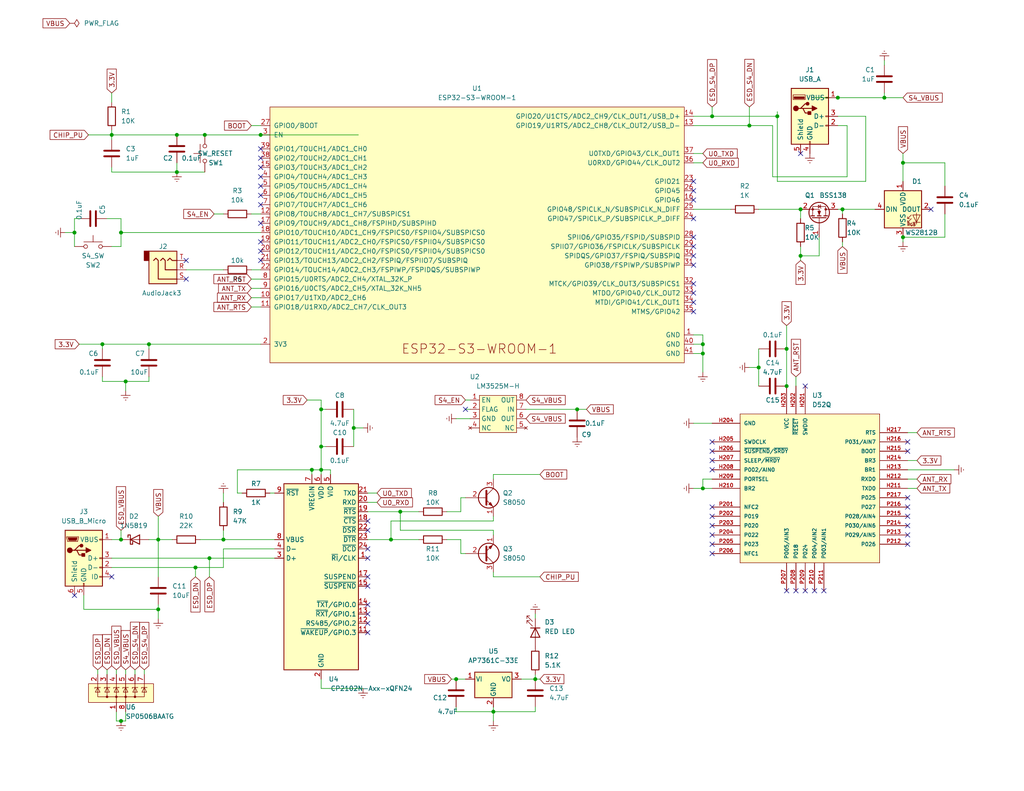
<source format=kicad_sch>
(kicad_sch (version 20211123) (generator eeschema)
  (paper "USLetter")
  (title_block (title "WaterRowerLink+") (date "2022-02-24") (rev "1") (company "Nicholas Palmer"))
  (lib_symbols
    (symbol "Connector:AudioJack3"
      (property "Reference" "J" (at 0 8.89 0))
      (property "Value" "AudioJack3" (at 0 6.35 0))
      (symbol "AudioJack3_1_1"
        (pin passive line (at 5.08 0 180) (length 2.54) (name "~") (number "R"))
        (pin passive line (at 5.08 2.54 180) (length 2.54) (name "~") (number "S"))
        (pin passive line (at 5.08 -2.54 180) (length 2.54) (name "~") (number "T"))
      )
    )
    (symbol "Connector:USB_A" (pin_names (offset 1.016))
      (property "Reference" "J" (at -5.08 11.43 0))
      (property "Value" "USB_A" (at -5.08 8.89 0))
      (symbol "USB_A_1_1"
        (pin power_in line (at 7.62 5.08 180) (length 2.54) (name "VBUS") (number "1"))
        (pin bidirectional line (at 7.62 -2.54 180) (length 2.54) (name "D-") (number "2"))
        (pin bidirectional line (at 7.62 0 180) (length 2.54) (name "D+") (number "3"))
        (pin power_in line (at 0 -10.16 90) (length 2.54) (name "GND") (number "4"))
        (pin passive line (at -2.54 -10.16 90) (length 2.54) (name "Shield") (number "5"))
      )
    )
    (symbol "Connector:USB_B_Micro" (pin_names (offset 1.016))
      (property "Reference" "J" (at -5.08 11.43 0))
      (property "Value" "USB_B_Micro" (at -5.08 8.89 0))
      (symbol "USB_B_Micro_1_1"
        (pin power_out line (at 7.62 5.08 180) (length 2.54) (name "VBUS") (number "1"))
        (pin bidirectional line (at 7.62 -2.54 180) (length 2.54) (name "D-") (number "2"))
        (pin bidirectional line (at 7.62 0 180) (length 2.54) (name "D+") (number "3"))
        (pin passive line (at 7.62 -5.08 180) (length 2.54) (name "ID") (number "4"))
        (pin power_out line (at 0 -10.16 90) (length 2.54) (name "GND") (number "5"))
        (pin passive line (at -2.54 -10.16 90) (length 2.54) (name "Shield") (number "6"))
      )
    )
    (symbol "Device:C" (pin_numbers hide) (pin_names (offset 0.254))
      (property "Reference" "C" (at 0.635 2.54 0))
      (property "Value" "C" (at 0.635 -2.54 0))
      (symbol "C_1_1"
        (pin passive line (at 0 3.81 270) (length 2.794) (name "~") (number "1"))
        (pin passive line (at 0 -3.81 90) (length 2.794) (name "~") (number "2"))
      )
    )
    (symbol "Device:LED" (pin_numbers hide) (pin_names (offset 1.016) hide)
      (property "Reference" "D" (at 0 2.54 0))
      (property "Value" "LED" (at 0 -2.54 0))
      (symbol "LED_1_1"
        (pin passive line (at -3.81 0 0) (length 2.54) (name "K") (number "1"))
        (pin passive line (at 3.81 0 180) (length 2.54) (name "A") (number "2"))
      )
    )
    (symbol "Device:R" (pin_numbers hide) (pin_names (offset 0))
      (property "Reference" "R" (at 2.032 0 90))
      (property "Value" "R" (at 0 0 90))
      (symbol "R_1_1"
        (pin passive line (at 0 3.81 270) (length 1.27) (name "~") (number "1"))
        (pin passive line (at 0 -3.81 90) (length 1.27) (name "~") (number "2"))
      )
    )
    (symbol "Diode:1N5819" (pin_numbers hide) (pin_names (offset 1.016) hide)
      (property "Reference" "D" (at 0 2.54 0))
      (property "Value" "1N5819" (at 0 -2.54 0))
      (symbol "1N5819_1_1"
        (pin passive line (at -3.81 0 0) (length 2.54) (name "K") (number "1"))
        (pin passive line (at 3.81 0 180) (length 2.54) (name "A") (number "2"))
      )
    )
    (symbol "Espressif:ESP32-S3-WROOM-1" (pin_names (offset 1.016))
      (property "Reference" "U" (at 0 35.56 0))
      (property "Value" "ESP32-S3-WROOM-1" (at 0 -36.83 0))
      (symbol "ESP32-S3-WROOM-1_0_0"
        (text "ESP32-S3-WROOM-1" (at 0 -31.75 0) (effects (font (size 2.54 2.54))))
        (pin power_in line (at 58.42 -27.94 180) (length 2.54) (name "GND") (number "1"))
        (pin bidirectional line (at -59.69 -17.78 0) (length 2.54) (name "GPIO17/U1TXD/ADC2_CH6") (number "10"))
        (pin bidirectional line (at -59.69 -20.32 0) (length 2.54) (name "GPIO18/U1RXD/ADC2_CH7/CLK_OUT3") (number "11"))
        (pin bidirectional line (at -59.69 5.08 0) (length 2.54) (name "GPIO8/TOUCH8/ADC1_CH7/SUBSPICS1") (number "12"))
        (pin bidirectional line (at 58.42 29.21 180) (length 2.54) (name "GPIO19/U1RTS/ADC2_CH8/CLK_OUT2/USB_D-") (number "13"))
        (pin bidirectional line (at 58.42 31.75 180) (length 2.54) (name "GPIO20/U1CTS/ADC2_CH9/CLK_OUT1/USB_D+") (number "14"))
        (pin bidirectional line (at -59.69 17.78 0) (length 2.54) (name "GPIO3/TOUCH3/ADC1_CH2") (number "15"))
        (pin bidirectional line (at 58.42 8.89 180) (length 2.54) (name "GPIO46") (number "16"))
        (pin bidirectional line (at -59.69 2.54 0) (length 2.54) (name "GPIO9/TOUCH9/ADC1_CH8/FSPIHD/SUBSPIHD") (number "17"))
        (pin bidirectional line (at -59.69 0 0) (length 2.54) (name "GPIO10/TOUCH10/ADC1_CH9/FSPICS0/FSPIIO4/SUBSPICS0") (number "18"))
        (pin bidirectional line (at -59.69 -2.54 0) (length 2.54) (name "GPIO11/TOUCH11/ADC2_CH0/FSPICS0/FSPIIO4/SUBSPICS0") (number "19"))
        (pin power_in line (at -59.69 -30.48 0) (length 2.54) (name "3V3") (number "2"))
        (pin bidirectional line (at -59.69 -5.08 0) (length 2.54) (name "GPIO12/TOUCH11/ADC2_CH0/FSPICS0/FSPIIO4/SUBSPICS0") (number "20"))
        (pin bidirectional line (at -59.69 -7.62 0) (length 2.54) (name "GPIO13/TOUCH13/ADC2_CH2/FSPIQ/FSPIIO7/SUBSPIQ") (number "21"))
        (pin bidirectional line (at -59.69 -10.16 0) (length 2.54) (name "GPIO14/TOUCH14/ADC2_CH3/FSPIWP/FSPIDQS/SUBSPIWP") (number "22"))
        (pin bidirectional line (at 58.42 13.97 180) (length 2.54) (name "GPIO21") (number "23"))
        (pin bidirectional line (at 58.42 3.81 180) (length 2.54) (name "GPIO47/SPICLK_P/SUBSPICLK_P_DIFF") (number "24"))
        (pin bidirectional line (at 58.42 6.35 180) (length 2.54) (name "GPIO48/SPICLK_N/SUBSPICLK_N_DIFF") (number "25"))
        (pin bidirectional line (at 58.42 11.43 180) (length 2.54) (name "GPIO45") (number "26"))
        (pin bidirectional line (at -59.69 29.21 0) (length 2.54) (name "GPIO0/BOOT") (number "27"))
        (pin bidirectional line (at 58.42 -1.27 180) (length 2.54) (name "SPIIO6/GPIO35/FSPID/SUBSPID") (number "28"))
        (pin bidirectional line (at 58.42 -3.81 180) (length 2.54) (name "SPIIO7/GPIO36/FSPICLK/SUBSPICLK") (number "29"))
        (pin input line (at -59.69 26.67 0) (length 2.54) (name "EN") (number "3"))
        (pin bidirectional line (at 58.42 -6.35 180) (length 2.54) (name "SPIDQS/GPIO37/FSPIQ/SUBSPIQ") (number "30"))
        (pin bidirectional line (at 58.42 -8.89 180) (length 2.54) (name "GPIO38/FSPIWP/SUBSPIWP") (number "31"))
        (pin bidirectional line (at 58.42 -13.97 180) (length 2.54) (name "MTCK/GPIO39/CLK_OUT3/SUBSPICS1") (number "32"))
        (pin bidirectional line (at 58.42 -16.51 180) (length 2.54) (name "MTDO/GPIO40/CLK_OUT2") (number "33"))
        (pin bidirectional line (at 58.42 -19.05 180) (length 2.54) (name "MTDI/GPIO41/CLK_OUT1") (number "34"))
        (pin bidirectional line (at 58.42 -21.59 180) (length 2.54) (name "MTMS/GPIO42") (number "35"))
        (pin bidirectional line (at 58.42 19.05 180) (length 2.54) (name "U0RXD/GPIO44/CLK_OUT2") (number "36"))
        (pin bidirectional line (at 58.42 21.59 180) (length 2.54) (name "U0TXD/GPIO43/CLK_OUT1") (number "37"))
        (pin bidirectional line (at -59.69 20.32 0) (length 2.54) (name "GPIO2/TOUCH2/ADC1_CH1") (number "38"))
        (pin bidirectional line (at -59.69 22.86 0) (length 2.54) (name "GPIO1/TOUCH1/ADC1_CH0") (number "39"))
        (pin bidirectional line (at -59.69 15.24 0) (length 2.54) (name "GPIO4/TOUCH4/ADC1_CH3") (number "4"))
        (pin power_in line (at 58.42 -30.48 180) (length 2.54) (name "GND") (number "40"))
        (pin power_in line (at 58.42 -33.02 180) (length 2.54) (name "GND") (number "41"))
        (pin bidirectional line (at -59.69 12.7 0) (length 2.54) (name "GPIO5/TOUCH5/ADC1_CH4") (number "5"))
        (pin bidirectional line (at -59.69 10.16 0) (length 2.54) (name "GPIO6/TOUCH6/ADC1_CH5") (number "6"))
        (pin bidirectional line (at -59.69 7.62 0) (length 2.54) (name "GPIO7/TOUCH7/ADC1_CH6") (number "7"))
        (pin bidirectional line (at -59.69 -12.7 0) (length 2.54) (name "GPIO15/U0RTS/ADC2_CH4/XTAL_32K_P") (number "8"))
        (pin bidirectional line (at -59.69 -15.24 0) (length 2.54) (name "GPIO16/U0CTS/ADC2_CH5/XTAL_32K_NH5") (number "9"))
      )
    )
    (symbol "Interface_USB:CP2102N-Axx-xQFN24"
      (property "Reference" "U" (at -8.89 26.67 0))
      (property "Value" "CP2102N-Axx-xQFN24" (at 13.97 26.67 0))
      (symbol "CP2102N-Axx-xQFN24_1_1"
        (pin bidirectional line (at 12.7 5.08 180) (length 2.54) (name "~{RI}/CLK") (number "1"))
        (pin no_connect line (at -10.16 -22.86 0) (length 2.54) hide (name "NC") (number "10"))
        (pin bidirectional line (at 12.7 -15.24 180) (length 2.54) (name "~{WAKEUP}/GPIO.3") (number "11"))
        (pin bidirectional line (at 12.7 -12.7 180) (length 2.54) (name "RS485/GPIO.2") (number "12"))
        (pin bidirectional line (at 12.7 -10.16 180) (length 2.54) (name "~{RXT}/GPIO.1") (number "13"))
        (pin bidirectional line (at 12.7 -7.62 180) (length 2.54) (name "~{TXT}/GPIO.0") (number "14"))
        (pin output line (at 12.7 -2.54 180) (length 2.54) (name "~{SUSPEND}") (number "15"))
        (pin no_connect line (at 10.16 -22.86 180) (length 2.54) hide (name "NC") (number "16"))
        (pin output line (at 12.7 0 180) (length 2.54) (name "SUSPEND") (number "17"))
        (pin input line (at 12.7 15.24 180) (length 2.54) (name "~{CTS}") (number "18"))
        (pin output line (at 12.7 17.78 180) (length 2.54) (name "~{RTS}") (number "19"))
        (pin power_in line (at 0 -27.94 90) (length 2.54) (name "GND") (number "2"))
        (pin input line (at 12.7 20.32 180) (length 2.54) (name "RXD") (number "20"))
        (pin output line (at 12.7 22.86 180) (length 2.54) (name "TXD") (number "21"))
        (pin input line (at 12.7 12.7 180) (length 2.54) (name "~{DSR}") (number "22"))
        (pin output line (at 12.7 10.16 180) (length 2.54) (name "~{DTR}") (number "23"))
        (pin input line (at 12.7 7.62 180) (length 2.54) (name "~{DCD}") (number "24"))
        (pin passive line (at 0 -27.94 90) (length 2.54) hide (name "GND") (number "25"))
        (pin bidirectional line (at -12.7 5.08 0) (length 2.54) (name "D+") (number "3"))
        (pin bidirectional line (at -12.7 7.62 0) (length 2.54) (name "D-") (number "4"))
        (pin power_in line (at 2.54 27.94 270) (length 2.54) (name "VIO") (number "5"))
        (pin power_in line (at 0 27.94 270) (length 2.54) (name "VDD") (number "6"))
        (pin power_in line (at -2.54 27.94 270) (length 2.54) (name "VREGIN") (number "7"))
        (pin input line (at -12.7 10.16 0) (length 2.54) (name "VBUS") (number "8"))
        (pin input line (at -12.7 22.86 0) (length 2.54) (name "~{RST}") (number "9"))
      )
    )
    (symbol "LED:WS2812B" (pin_names (offset 0.254))
      (property "Reference" "D" (at 5.08 5.715 0))
      (property "Value" "WS2812B" (at 1.27 -5.715 0))
      (symbol "WS2812B_0_0"
        (text "RGB" (at 2.286 -4.191 0) (effects (font (size 0.762 0.762))))
      )
      (symbol "WS2812B_1_1"
        (pin power_in line (at 0 7.62 270) (length 2.54) (name "VDD") (number "1"))
        (pin output line (at 7.62 0 180) (length 2.54) (name "DOUT") (number "2"))
        (pin power_in line (at 0 -7.62 90) (length 2.54) (name "VSS") (number "3"))
        (pin input line (at -7.62 0 0) (length 2.54) (name "DIN") (number "4"))
      )
    )
    (symbol "MyParts:D52Q" (pin_names (offset 1.016))
      (property "Reference" "U" (at -5.08 -5.08 0))
      (property "Value" "D52Q" (at 0 40.64 0))
      (symbol "D52Q_0_0"
        (pin passive line (at 17.78 48.26 270) (length 7.62) (name "SWDIO") (number "H201"))
        (pin passive line (at 15.24 48.26 270) (length 7.62) (name "~{RESET}") (number "H202"))
        (pin passive line (at 12.7 48.26 270) (length 7.62) (name "VCC") (number "H203"))
        (pin passive line (at -7.62 38.1 0) (length 7.62) (name "GND") (number "H204"))
        (pin passive line (at -7.62 33.02 0) (length 7.62) (name "SWDCLK") (number "H205"))
        (pin passive line (at -7.62 30.48 0) (length 7.62) (name "~{SUSPEND}/~{SRDY}") (number "H206"))
        (pin passive line (at -7.62 27.94 0) (length 7.62) (name "SLEEP/~{MRDY}") (number "H207"))
        (pin passive line (at -7.62 25.4 0) (length 7.62) (name "P002/AIN0") (number "H208"))
        (pin passive line (at -7.62 22.86 0) (length 7.62) (name "PORTSEL") (number "H209"))
        (pin passive line (at -7.62 20.32 0) (length 7.62) (name "BR2") (number "H210"))
        (pin passive line (at 45.72 20.32 180) (length 7.62) (name "TXD0") (number "H211"))
        (pin passive line (at 45.72 22.86 180) (length 7.62) (name "RXD0") (number "H212"))
        (pin passive line (at 45.72 25.4 180) (length 7.62) (name "BR1") (number "H213"))
        (pin passive line (at 45.72 27.94 180) (length 7.62) (name "BR3") (number "H214"))
        (pin passive line (at 45.72 30.48 180) (length 7.62) (name "BOOT") (number "H215"))
        (pin passive line (at 45.72 33.02 180) (length 7.62) (name "P031/AIN7") (number "H216"))
        (pin passive line (at 45.72 35.56 180) (length 7.62) (name "RTS") (number "H217"))
        (pin passive line (at -7.62 15.24 0) (length 7.62) (name "NFC2") (number "P201"))
        (pin passive line (at -7.62 12.7 0) (length 7.62) (name "P019") (number "P202"))
        (pin passive line (at -7.62 10.16 0) (length 7.62) (name "P020") (number "P203"))
        (pin passive line (at -7.62 7.62 0) (length 7.62) (name "P022") (number "P204"))
        (pin passive line (at -7.62 5.08 0) (length 7.62) (name "P023") (number "P205"))
        (pin passive line (at -7.62 2.54 0) (length 7.62) (name "NFC1") (number "P206"))
        (pin passive line (at 12.7 -7.62 90) (length 7.62) (name "P005/AIN3") (number "P207"))
        (pin passive line (at 15.24 -7.62 90) (length 7.62) (name "P018") (number "P208"))
        (pin passive line (at 17.78 -7.62 90) (length 7.62) (name "P024") (number "P209"))
        (pin passive line (at 20.32 -7.62 90) (length 7.62) (name "P004/AIN2") (number "P210"))
        (pin passive line (at 22.86 -7.62 90) (length 7.62) (name "P003/AIN1") (number "P211"))
        (pin passive line (at 45.72 5.08 180) (length 7.62) (name "P026") (number "P212"))
        (pin passive line (at 45.72 7.62 180) (length 7.62) (name "P029/AIN5") (number "P213"))
        (pin passive line (at 45.72 10.16 180) (length 7.62) (name "P030/AIN6") (number "P214"))
        (pin passive line (at 45.72 12.7 180) (length 7.62) (name "P028/AIN4") (number "P215"))
        (pin passive line (at 45.72 15.24 180) (length 7.62) (name "P027") (number "P216"))
        (pin passive line (at 45.72 17.78 180) (length 7.62) (name "P025") (number "P217"))
      )
    )
    (symbol "MyParts:LM3525M-H"
      (property "Reference" "U" (at 0 6.35 0))
      (property "Value" "LM3525M-H" (at 1.27 -6.35 0))
      (symbol "LM3525M-H_1_1"
        (pin input line (at -7.62 3.81 0) (length 2.54) (name "EN") (number "1"))
        (pin output line (at -7.62 1.27 0) (length 2.54) (name "FLAG") (number "2"))
        (pin power_in line (at -7.62 -1.27 0) (length 2.54) (name "GND") (number "3"))
        (pin no_connect line (at -7.62 -3.81 0) (length 2.54) (name "NC") (number "4"))
        (pin no_connect line (at 7.62 -3.81 180) (length 2.54) (name "NC") (number "5"))
        (pin power_out line (at 7.62 -1.27 180) (length 2.54) (name "OUT") (number "6"))
        (pin power_in line (at 7.62 1.27 180) (length 2.54) (name "IN") (number "7"))
        (pin power_out line (at 7.62 3.81 180) (length 2.54) (name "OUT") (number "8"))
      )
    )
    (symbol "MyParts:SP0506BAATG"
      (property "Reference" "U" (at 0 11.43 0))
      (property "Value" "SP0506BAATG" (at 0 -12.7 0))
      (symbol "SP0506BAATG_1_1"
        (pin passive line (at 0 -5.08 90) (length 2.54) (name "") (number "1"))
        (pin passive line (at -5.08 5.08 270) (length 2.54) (name "") (number "2"))
        (pin passive line (at -2.54 5.08 270) (length 2.54) (name "") (number "3"))
        (pin passive line (at 0 5.08 270) (length 2.54) (name "") (number "4"))
        (pin passive line (at 2.54 5.08 270) (length 2.54) (name "") (number "5"))
        (pin passive line (at 5.08 5.08 270) (length 2.54) (name "") (number "6"))
        (pin passive line (at 7.62 5.08 270) (length 2.54) (name "") (number "7"))
        (pin passive line (at 2.54 -5.08 90) (length 2.54) (name "") (number "8"))
      )
    )
    (symbol "Regulator_Linear:AP7361C-33E" (pin_names (offset 0.254))
      (property "Reference" "U" (at -3.81 3.175 0))
      (property "Value" "AP7361C-33E" (at 0 3.175 0))
      (symbol "AP7361C-33E_1_1"
        (pin power_in line (at -7.62 0 0) (length 2.54) (name "VI") (number "1"))
        (pin power_in line (at 0 -7.62 90) (length 2.54) (name "GND") (number "2"))
        (pin power_out line (at 7.62 0 180) (length 2.54) (name "VO") (number "3"))
      )
    )
    (symbol "Switch:SW_Push" (pin_numbers hide) (pin_names (offset 1.016) hide)
      (property "Reference" "SW" (at 1.27 2.54 0))
      (property "Value" "SW_Push" (at 0 -1.524 0))
      (symbol "SW_Push_0_1"
        (pin passive line (at -5.08 0 0) (length 2.54) (name "1") (number "1"))
        (pin passive line (at 5.08 0 180) (length 2.54) (name "2") (number "2"))
      )
    )
    (symbol "Transistor_BJT:S8050" (pin_names (offset 0) hide)
      (property "Reference" "Q" (at 5.08 1.905 0))
      (property "Value" "S8050" (at 5.08 0 0))
      (symbol "S8050_1_1"
        (pin passive line (at 2.54 -5.08 90) (length 2.54) (name "E") (number "1"))
        (pin input line (at -5.08 0 0) (length 5.08) (name "B") (number "2"))
        (pin passive line (at 2.54 5.08 270) (length 2.54) (name "C") (number "3"))
      )
    )
    (symbol "Transistor_FET:BSS138" (pin_names hide)
      (property "Reference" "Q" (at 5.08 1.905 0))
      (property "Value" "BSS138" (at 5.08 0 0))
      (symbol "BSS138_1_1"
        (pin input line (at -5.08 0 0) (length 2.54) (name "G") (number "1"))
        (pin passive line (at 2.54 -5.08 90) (length 2.54) (name "S") (number "2"))
        (pin passive line (at 2.54 5.08 270) (length 2.54) (name "D") (number "3"))
      )
    )
    (symbol "power:Earth" (power) (pin_names (offset 0))
      (symbol "Earth_1_1"
        (pin power_in line (at 0 0 270) (length 0) hide (name "Earth") (number "1"))
      )
    )
    (symbol "power:PWR_FLAG" (power) (pin_numbers hide) (pin_names (offset 0) hide)
      (property "Value" "PWR_FLAG" (at 0 3.81 0))
      (symbol "PWR_FLAG_0_0"
        (pin power_out line (at 0 0 90) (length 0) (name "pwr") (number "1"))
      )
    )
  )
  (junction (at 55.88 36.83))
  (junction (at 33.02 147.32))
  (junction (at 157.48 111.76))
  (junction (at 214.63 105.41))
  (junction (at 124.46 185.42))
  (junction (at 207.01 100.33))
  (junction (at 191.77 133.35))
  (junction (at 87.63 121.92))
  (junction (at 87.63 128.27))
  (junction (at 228.6 26.67))
  (junction (at 48.26 46.99))
  (junction (at 85.09 128.27))
  (junction (at 229.87 57.15))
  (junction (at 246.38 44.45))
  (junction (at 241.3 26.67))
  (junction (at 34.29 104.14))
  (junction (at 212.09 31.75))
  (junction (at 43.18 147.32))
  (junction (at 214.63 95.25))
  (junction (at 27.94 93.98))
  (junction (at 33.02 63.5))
  (junction (at 194.31 31.75))
  (junction (at 60.96 147.32))
  (junction (at 87.63 111.76))
  (junction (at 134.62 194.31))
  (junction (at 96.52 116.84))
  (junction (at 106.68 147.32))
  (junction (at 191.77 96.52))
  (junction (at 30.48 36.83))
  (junction (at 109.22 139.7))
  (junction (at 146.05 185.42))
  (junction (at 204.47 34.29))
  (junction (at 71.12 36.83))
  (junction (at 57.15 152.4))
  (junction (at 53.34 154.94))
  (junction (at 246.38 64.77))
  (junction (at 191.77 93.98))
  (junction (at 218.44 69.85))
  (junction (at 43.18 166.37))
  (junction (at 40.64 93.98))
  (junction (at 33.02 196.85))
  (junction (at 48.26 36.83))
  (junction (at 20.32 63.5))
  (junction (at 218.44 57.15))
  (no_connect (at 50.8 76.2))
  (no_connect (at 50.8 71.12))
  (no_connect (at 71.12 40.64))
  (no_connect (at 71.12 43.18))
  (no_connect (at 71.12 45.72))
  (no_connect (at 100.33 157.48))
  (no_connect (at 100.33 149.86))
  (no_connect (at 100.33 152.4))
  (no_connect (at 218.44 41.91))
  (no_connect (at 100.33 167.64))
  (no_connect (at 100.33 165.1))
  (no_connect (at 100.33 172.72))
  (no_connect (at 100.33 170.18))
  (no_connect (at 254 57.15))
  (no_connect (at 30.48 157.48))
  (no_connect (at 194.31 128.27))
  (no_connect (at 194.31 125.73))
  (no_connect (at 194.31 123.19))
  (no_connect (at 194.31 146.05))
  (no_connect (at 214.63 161.29))
  (no_connect (at 217.17 161.29))
  (no_connect (at 219.71 161.29))
  (no_connect (at 219.71 105.41))
  (no_connect (at 194.31 120.65))
  (no_connect (at 194.31 151.13))
  (no_connect (at 194.31 148.59))
  (no_connect (at 194.31 143.51))
  (no_connect (at 194.31 140.97))
  (no_connect (at 194.31 138.43))
  (no_connect (at 247.65 143.51))
  (no_connect (at 247.65 140.97))
  (no_connect (at 247.65 138.43))
  (no_connect (at 247.65 135.89))
  (no_connect (at 247.65 148.59))
  (no_connect (at 247.65 146.05))
  (no_connect (at 222.25 161.29))
  (no_connect (at 224.79 161.29))
  (no_connect (at 247.65 123.19))
  (no_connect (at 247.65 120.65))
  (no_connect (at 71.12 66.04))
  (no_connect (at 71.12 68.58))
  (no_connect (at 71.12 71.12))
  (no_connect (at 71.12 50.8))
  (no_connect (at 71.12 53.34))
  (no_connect (at 71.12 55.88))
  (no_connect (at 71.12 60.96))
  (no_connect (at 71.12 48.26))
  (no_connect (at 189.23 77.47))
  (no_connect (at 189.23 72.39))
  (no_connect (at 189.23 69.85))
  (no_connect (at 189.23 67.31))
  (no_connect (at 189.23 64.77))
  (no_connect (at 189.23 59.69))
  (no_connect (at 189.23 54.61))
  (no_connect (at 189.23 52.07))
  (no_connect (at 189.23 49.53))
  (no_connect (at 189.23 85.09))
  (no_connect (at 189.23 82.55))
  (no_connect (at 189.23 80.01))
  (no_connect (at 100.33 160.02))
  (no_connect (at 127 111.76))
  (no_connect (at 100.33 144.78))
  (no_connect (at 100.33 142.24))
  (no_connect (at 20.32 162.56))
  (wire (pts (xy 189.23 93.98) (xy 191.77 93.98)))
  (wire (pts (xy 191.77 96.52) (xy 191.77 101.6)))
  (wire (pts (xy 124.46 114.3) (xy 128.27 114.3)))
  (wire (pts (xy 100.33 137.16) (xy 102.87 137.16)))
  (wire (pts (xy 27.94 102.87) (xy 27.94 104.14)))
  (wire (pts (xy 55.88 46.99) (xy 48.26 46.99)))
  (wire (pts (xy 142.24 185.42) (xy 146.05 185.42)))
  (wire (pts (xy 30.48 46.99) (xy 48.26 46.99)))
  (wire (pts (xy 33.02 63.5) (xy 33.02 67.31)))
  (wire (pts (xy 21.59 59.69) (xy 20.32 59.69)))
  (wire (pts (xy 124.46 194.31) (xy 134.62 194.31)))
  (wire (pts (xy 87.63 129.54) (xy 87.63 128.27)))
  (wire (pts (xy 30.48 147.32) (xy 33.02 147.32)))
  (wire (pts (xy 31.75 196.85) (xy 33.02 196.85)))
  (wire (pts (xy 29.21 59.69) (xy 33.02 59.69)))
  (wire (pts (xy 22.86 166.37) (xy 43.18 166.37)))
  (wire (pts (xy 228.6 31.75) (xy 236.22 31.75)))
  (wire (pts (xy 30.48 36.83) (xy 48.26 36.83)))
  (wire (pts (xy 204.47 34.29) (xy 210.82 34.29)))
  (wire (pts (xy 66.04 134.62) (xy 64.77 134.62)))
  (wire (pts (xy 27.94 104.14) (xy 34.29 104.14)))
  (wire (pts (xy 246.38 44.45) (xy 246.38 49.53)))
  (wire (pts (xy 30.48 35.56) (xy 30.48 36.83)))
  (wire (pts (xy 191.77 133.35) (xy 194.31 133.35)))
  (wire (pts (xy 43.18 147.32) (xy 43.18 157.48)))
  (wire (pts (xy 87.63 128.27) (xy 87.63 121.92)))
  (wire (pts (xy 87.63 111.76) (xy 88.9 111.76)))
  (wire (pts (xy 87.63 185.42) (xy 87.63 187.96)))
  (wire (pts (xy 125.73 151.13) (xy 127 151.13)))
  (wire (pts (xy 68.58 76.2) (xy 71.12 76.2)))
  (wire (pts (xy 210.82 48.26) (xy 231.14 48.26)))
  (wire (pts (xy 68.58 81.28) (xy 71.12 81.28)))
  (wire (pts (xy 73.66 134.62) (xy 74.93 134.62)))
  (wire (pts (xy 85.09 128.27) (xy 87.63 128.27)))
  (wire (pts (xy 247.65 133.35) (xy 250.19 133.35)))
  (wire (pts (xy 60.96 147.32) (xy 74.93 147.32)))
  (wire (pts (xy 257.81 50.8) (xy 257.81 44.45)))
  (wire (pts (xy 34.29 194.31) (xy 34.29 196.85)))
  (wire (pts (xy 241.3 25.4) (xy 241.3 26.67)))
  (wire (pts (xy 189.23 91.44) (xy 191.77 91.44)))
  (wire (pts (xy 146.05 185.42) (xy 147.32 185.42)))
  (wire (pts (xy 29.21 182.88) (xy 29.21 184.15)))
  (wire (pts (xy 31.75 182.88) (xy 31.75 184.15)))
  (wire (pts (xy 30.48 152.4) (xy 57.15 152.4)))
  (wire (pts (xy 228.6 34.29) (xy 231.14 34.29)))
  (wire (pts (xy 247.65 128.27) (xy 260.35 128.27)))
  (wire (pts (xy 33.02 196.85) (xy 34.29 196.85)))
  (wire (pts (xy 34.29 182.88) (xy 34.29 184.15)))
  (wire (pts (xy 194.31 130.81) (xy 191.77 130.81)))
  (wire (pts (xy 57.15 157.48) (xy 57.15 152.4)))
  (wire (pts (xy 204.47 29.21) (xy 204.47 34.29)))
  (wire (pts (xy 189.23 133.35) (xy 191.77 133.35)))
  (wire (pts (xy 189.23 41.91) (xy 191.77 41.91)))
  (wire (pts (xy 207.01 57.15) (xy 218.44 57.15)))
  (wire (pts (xy 90.17 128.27) (xy 87.63 128.27)))
  (wire (pts (xy 218.44 59.69) (xy 218.44 57.15)))
  (wire (pts (xy 27.94 93.98) (xy 40.64 93.98)))
  (wire (pts (xy 134.62 129.54) (xy 147.32 129.54)))
  (wire (pts (xy 246.38 44.45) (xy 257.81 44.45)))
  (wire (pts (xy 109.22 144.78) (xy 109.22 139.7)))
  (wire (pts (xy 146.05 167.64) (xy 146.05 168.91)))
  (wire (pts (xy 22.86 162.56) (xy 22.86 166.37)))
  (wire (pts (xy 60.96 149.86) (xy 74.93 149.86)))
  (wire (pts (xy 121.92 139.7) (xy 125.73 139.7)))
  (wire (pts (xy 31.75 194.31) (xy 31.75 196.85)))
  (wire (pts (xy 189.23 115.57) (xy 194.31 115.57)))
  (wire (pts (xy 106.68 147.32) (xy 114.3 147.32)))
  (wire (pts (xy 68.58 83.82) (xy 71.12 83.82)))
  (wire (pts (xy 189.23 57.15) (xy 199.39 57.15)))
  (wire (pts (xy 218.44 69.85) (xy 218.44 67.31)))
  (wire (pts (xy 96.52 116.84) (xy 99.06 116.84)))
  (wire (pts (xy 247.65 130.81) (xy 250.19 130.81)))
  (wire (pts (xy 210.82 34.29) (xy 210.82 48.26)))
  (wire (pts (xy 212.09 31.75) (xy 212.09 49.53)))
  (wire (pts (xy 33.02 144.78) (xy 33.02 147.32)))
  (wire (pts (xy 85.09 129.54) (xy 85.09 128.27)))
  (wire (pts (xy 30.48 45.72) (xy 30.48 46.99)))
  (wire (pts (xy 241.3 17.78) (xy 241.3 16.51)))
  (wire (pts (xy 134.62 194.31) (xy 134.62 196.85)))
  (wire (pts (xy 191.77 93.98) (xy 191.77 96.52)))
  (wire (pts (xy 236.22 31.75) (xy 236.22 49.53)))
  (wire (pts (xy 125.73 135.89) (xy 127 135.89)))
  (wire (pts (xy 55.88 36.83) (xy 71.12 36.83)))
  (wire (pts (xy 100.33 134.62) (xy 102.87 134.62)))
  (wire (pts (xy 134.62 157.48) (xy 147.32 157.48)))
  (wire (pts (xy 58.42 58.42) (xy 60.96 58.42)))
  (wire (pts (xy 53.34 154.94) (xy 60.96 154.94)))
  (wire (pts (xy 68.58 78.74) (xy 71.12 78.74)))
  (wire (pts (xy 40.64 147.32) (xy 43.18 147.32)))
  (wire (pts (xy 212.09 49.53) (xy 236.22 49.53)))
  (wire (pts (xy 222.25 26.67) (xy 228.6 26.67)))
  (wire (pts (xy 100.33 139.7) (xy 109.22 139.7)))
  (wire (pts (xy 24.13 36.83) (xy 30.48 36.83)))
  (wire (pts (xy 134.62 194.31) (xy 146.05 194.31)))
  (wire (pts (xy 64.77 128.27) (xy 85.09 128.27)))
  (wire (pts (xy 83.82 109.22) (xy 87.63 109.22)))
  (wire (pts (xy 30.48 67.31) (xy 33.02 67.31)))
  (wire (pts (xy 194.31 31.75) (xy 212.09 31.75)))
  (wire (pts (xy 20.32 63.5) (xy 17.78 63.5)))
  (wire (pts (xy 217.17 102.87) (xy 217.17 105.41)))
  (wire (pts (xy 246.38 64.77) (xy 246.38 66.04)))
  (wire (pts (xy 96.52 116.84) (xy 96.52 121.92)))
  (wire (pts (xy 50.8 73.66) (xy 60.96 73.66)))
  (wire (pts (xy 36.83 182.88) (xy 36.83 184.15)))
  (wire (pts (xy 127 111.76) (xy 128.27 111.76)))
  (wire (pts (xy 43.18 147.32) (xy 46.99 147.32)))
  (wire (pts (xy 57.15 152.4) (xy 74.93 152.4)))
  (wire (pts (xy 146.05 184.15) (xy 146.05 185.42)))
  (wire (pts (xy 121.92 147.32) (xy 125.73 147.32)))
  (wire (pts (xy 60.96 134.62) (xy 60.96 137.16)))
  (wire (pts (xy 157.48 111.76) (xy 160.02 111.76)))
  (wire (pts (xy 223.52 69.85) (xy 218.44 69.85)))
  (wire (pts (xy 194.31 29.21) (xy 194.31 31.75)))
  (wire (pts (xy 33.02 59.69) (xy 33.02 63.5)))
  (wire (pts (xy 33.02 63.5) (xy 71.12 63.5)))
  (wire (pts (xy 223.52 69.85) (xy 223.52 64.77)))
  (wire (pts (xy 40.64 93.98) (xy 71.12 93.98)))
  (wire (pts (xy 71.12 58.42) (xy 68.58 58.42)))
  (wire (pts (xy 241.3 26.67) (xy 246.38 26.67)))
  (wire (pts (xy 191.77 91.44) (xy 191.77 93.98)))
  (wire (pts (xy 229.87 57.15) (xy 238.76 57.15)))
  (wire (pts (xy 246.38 64.77) (xy 257.81 64.77)))
  (wire (pts (xy 106.68 142.24) (xy 106.68 147.32)))
  (wire (pts (xy 231.14 34.29) (xy 231.14 48.26)))
  (wire (pts (xy 87.63 121.92) (xy 87.63 111.76)))
  (wire (pts (xy 214.63 88.9) (xy 214.63 95.25)))
  (wire (pts (xy 125.73 139.7) (xy 125.73 135.89)))
  (wire (pts (xy 134.62 130.81) (xy 134.62 129.54)))
  (wire (pts (xy 27.94 93.98) (xy 27.94 95.25)))
  (wire (pts (xy 228.6 57.15) (xy 229.87 57.15)))
  (wire (pts (xy 43.18 140.97) (xy 43.18 147.32)))
  (wire (pts (xy 134.62 156.21) (xy 134.62 157.48)))
  (wire (pts (xy 54.61 147.32) (xy 60.96 147.32)))
  (wire (pts (xy 189.23 96.52) (xy 191.77 96.52)))
  (wire (pts (xy 96.52 111.76) (xy 96.52 116.84)))
  (wire (pts (xy 212.09 30.48) (xy 212.09 31.75)))
  (wire (pts (xy 134.62 193.04) (xy 134.62 194.31)))
  (wire (pts (xy 21.59 93.98) (xy 27.94 93.98)))
  (wire (pts (xy 40.64 93.98) (xy 40.64 95.25)))
  (wire (pts (xy 26.67 182.88) (xy 26.67 184.15)))
  (wire (pts (xy 191.77 130.81) (xy 191.77 133.35)))
  (wire (pts (xy 247.65 118.11) (xy 250.19 118.11)))
  (wire (pts (xy 109.22 139.7) (xy 114.3 139.7)))
  (wire (pts (xy 124.46 185.42) (xy 127 185.42)))
  (wire (pts (xy 124.46 193.04) (xy 124.46 194.31)))
  (wire (pts (xy 257.81 58.42) (xy 257.81 64.77)))
  (wire (pts (xy 68.58 34.29) (xy 71.12 34.29)))
  (wire (pts (xy 214.63 95.25) (xy 214.63 105.41)))
  (wire (pts (xy 218.44 71.12) (xy 218.44 69.85)))
  (wire (pts (xy 134.62 142.24) (xy 106.68 142.24)))
  (wire (pts (xy 125.73 147.32) (xy 125.73 151.13)))
  (wire (pts (xy 87.63 187.96) (xy 99.06 187.96)))
  (wire (pts (xy 43.18 166.37) (xy 43.18 168.91)))
  (wire (pts (xy 87.63 121.92) (xy 88.9 121.92)))
  (wire (pts (xy 146.05 193.04) (xy 146.05 194.31)))
  (wire (pts (xy 34.29 106.68) (xy 34.29 104.14)))
  (wire (pts (xy 189.23 34.29) (xy 204.47 34.29)))
  (wire (pts (xy 247.65 125.73) (xy 250.19 125.73)))
  (wire (pts (xy 100.33 147.32) (xy 106.68 147.32)))
  (wire (pts (xy 43.18 165.1) (xy 43.18 166.37)))
  (wire (pts (xy 228.6 26.67) (xy 241.3 26.67)))
  (wire (pts (xy 189.23 31.75) (xy 194.31 31.75)))
  (wire (pts (xy 40.64 102.87) (xy 40.64 104.14)))
  (wire (pts (xy 143.51 111.76) (xy 157.48 111.76)))
  (wire (pts (xy 207.01 100.33) (xy 207.01 95.25)))
  (wire (pts (xy 53.34 154.94) (xy 53.34 157.48)))
  (wire (pts (xy 123.19 185.42) (xy 124.46 185.42)))
  (wire (pts (xy 39.37 182.88) (xy 39.37 184.15)))
  (wire (pts (xy 60.96 149.86) (xy 60.96 154.94)))
  (wire (pts (xy 246.38 41.91) (xy 246.38 44.45)))
  (wire (pts (xy 20.32 59.69) (xy 20.32 63.5)))
  (wire (pts (xy 127 109.22) (xy 128.27 109.22)))
  (wire (pts (xy 87.63 111.76) (xy 87.63 109.22)))
  (wire (pts (xy 71.12 36.83) (xy 97.79 36.83)))
  (wire (pts (xy 60.96 144.78) (xy 60.96 147.32)))
  (wire (pts (xy 207.01 105.41) (xy 207.01 100.33)))
  (wire (pts (xy 55.88 36.83) (xy 48.26 36.83)))
  (wire (pts (xy 134.62 144.78) (xy 109.22 144.78)))
  (wire (pts (xy 30.48 25.4) (xy 30.48 27.94)))
  (wire (pts (xy 68.58 73.66) (xy 71.12 73.66)))
  (wire (pts (xy 207.01 100.33) (xy 204.47 100.33)))
  (wire (pts (xy 134.62 140.97) (xy 134.62 142.24)))
  (wire (pts (xy 229.87 66.04) (xy 229.87 67.31)))
  (wire (pts (xy 189.23 44.45) (xy 191.77 44.45)))
  (wire (pts (xy 64.77 134.62) (xy 64.77 128.27)))
  (wire (pts (xy 30.48 36.83) (xy 30.48 38.1)))
  (wire (pts (xy 30.48 154.94) (xy 53.34 154.94)))
  (wire (pts (xy 20.32 67.31) (xy 20.32 63.5)))
  (wire (pts (xy 229.87 58.42) (xy 229.87 57.15)))
  (wire (pts (xy 34.29 104.14) (xy 40.64 104.14)))
  (wire (pts (xy 90.17 129.54) (xy 90.17 128.27)))
  (wire (pts (xy 134.62 146.05) (xy 134.62 144.78)))
  (wire (pts (xy 48.26 44.45) (xy 48.26 46.99)))
  (global_label "ESD_DN" (shape input) (at 53.34 157.48 270) (property "Intersheet References" "${INTERSHEET_REFS}" (effects hide)))
  (global_label "S4_EN" (shape input) (at 127 109.22 180) (property "Intersheet References" "${INTERSHEET_REFS}" (effects hide)))
  (global_label "VBUS" (shape input) (at 19.05 6.35 180) (property "Intersheet References" "${INTERSHEET_REFS}" (effects hide)))
  (global_label "BOOT" (shape input) (at 147.32 129.54 0) (property "Intersheet References" "${INTERSHEET_REFS}" (effects hide)))
  (global_label "3.3V" (shape input) (at 21.59 93.98 180) (property "Intersheet References" "${INTERSHEET_REFS}" (effects hide)))
  (global_label "VBUS" (shape input) (at 43.18 140.97 90) (property "Intersheet References" "${INTERSHEET_REFS}" (effects hide)))
  (global_label "ANT_TX" (shape input) (at 250.19 133.35 0) (property "Intersheet References" "${INTERSHEET_REFS}" (effects hide)))
  (global_label "ANT_RX" (shape input) (at 68.58 81.28 180) (property "Intersheet References" "${INTERSHEET_REFS}" (effects hide)))
  (global_label "ANT_RX" (shape input) (at 250.19 130.81 0) (property "Intersheet References" "${INTERSHEET_REFS}" (effects hide)))
  (global_label "S4_VBUS" (shape input) (at 246.38 26.67 0) (property "Intersheet References" "${INTERSHEET_REFS}" (effects hide)))
  (global_label "ESD_DP" (shape input) (at 26.67 182.88 90) (property "Intersheet References" "${INTERSHEET_REFS}" (effects hide)))
  (global_label "ANT_RTS" (shape input) (at 250.19 118.11 0) (property "Intersheet References" "${INTERSHEET_REFS}" (effects hide)))
  (global_label "3.3V" (shape input) (at 250.19 125.73 0) (property "Intersheet References" "${INTERSHEET_REFS}" (effects hide)))
  (global_label "S4_EN" (shape input) (at 58.42 58.42 180) (property "Intersheet References" "${INTERSHEET_REFS}" (effects hide)))
  (global_label "VBUS" (shape input) (at 123.19 185.42 180) (property "Intersheet References" "${INTERSHEET_REFS}" (effects hide)))
  (global_label "VBUS" (shape input) (at 246.38 41.91 90) (property "Intersheet References" "${INTERSHEET_REFS}" (effects hide)))
  (global_label "ESD_DN" (shape input) (at 29.21 182.88 90) (property "Intersheet References" "${INTERSHEET_REFS}" (effects hide)))
  (global_label "CHIP_PU" (shape input) (at 24.13 36.83 180) (property "Intersheet References" "${INTERSHEET_REFS}" (effects hide)))
  (global_label "ESD_DP" (shape input) (at 57.15 157.48 270) (property "Intersheet References" "${INTERSHEET_REFS}" (effects hide)))
  (global_label "BOOT" (shape input) (at 68.58 34.29 180) (property "Intersheet References" "${INTERSHEET_REFS}" (effects hide)))
  (global_label "ESD_S4_DP" (shape input) (at 39.37 182.88 90) (property "Intersheet References" "${INTERSHEET_REFS}" (effects hide)))
  (global_label "S4_VBUS" (shape input) (at 143.51 109.22 0) (property "Intersheet References" "${INTERSHEET_REFS}" (effects hide)))
  (global_label "U0_RXD" (shape input) (at 102.87 137.16 0) (property "Intersheet References" "${INTERSHEET_REFS}" (effects hide)))
  (global_label "U0_RXD" (shape input) (at 191.77 44.45 0) (property "Intersheet References" "${INTERSHEET_REFS}" (effects hide)))
  (global_label "3.3V" (shape input) (at 214.63 88.9 90) (property "Intersheet References" "${INTERSHEET_REFS}" (effects hide)))
  (global_label "U0_TXD" (shape input) (at 102.87 134.62 0) (property "Intersheet References" "${INTERSHEET_REFS}" (effects hide)))
  (global_label "3.3V" (shape input) (at 147.32 185.42 0) (property "Intersheet References" "${INTERSHEET_REFS}" (effects hide)))
  (global_label "ESD_S4_DP" (shape input) (at 194.31 29.21 90) (property "Intersheet References" "${INTERSHEET_REFS}" (effects hide)))
  (global_label "3.3V" (shape input) (at 218.44 71.12 270) (property "Intersheet References" "${INTERSHEET_REFS}" (effects hide)))
  (global_label "S4_VBUS" (shape input) (at 143.51 114.3 0) (property "Intersheet References" "${INTERSHEET_REFS}" (effects hide)))
  (global_label "ANT_TX" (shape input) (at 68.58 78.74 180) (property "Intersheet References" "${INTERSHEET_REFS}" (effects hide)))
  (global_label "ESD_VBUS" (shape input) (at 31.75 182.88 90) (property "Intersheet References" "${INTERSHEET_REFS}" (effects hide)))
  (global_label "ESD_VBUS" (shape input) (at 33.02 144.78 90) (property "Intersheet References" "${INTERSHEET_REFS}" (effects hide)))
  (global_label "ESD_S4_DN" (shape input) (at 36.83 182.88 90) (property "Intersheet References" "${INTERSHEET_REFS}" (effects hide)))
  (global_label "CHIP_PU" (shape input) (at 147.32 157.48 0) (property "Intersheet References" "${INTERSHEET_REFS}" (effects hide)))
  (global_label "VBUS" (shape input) (at 229.87 67.31 270) (property "Intersheet References" "${INTERSHEET_REFS}" (effects hide)))
  (global_label "VBUS" (shape input) (at 160.02 111.76 0) (property "Intersheet References" "${INTERSHEET_REFS}" (effects hide)))
  (global_label "3.3V" (shape input) (at 30.48 25.4 90) (property "Intersheet References" "${INTERSHEET_REFS}" (effects hide)))
  (global_label "ESD_S4_DN" (shape input) (at 204.47 29.21 90) (property "Intersheet References" "${INTERSHEET_REFS}" (effects hide)))
  (global_label "3.3V" (shape input) (at 83.82 109.22 180) (property "Intersheet References" "${INTERSHEET_REFS}" (effects hide)))
  (global_label "ANT_RST" (shape input) (at 217.17 102.87 90) (property "Intersheet References" "${INTERSHEET_REFS}" (effects hide)))
  (global_label "S4_VBUS" (shape input) (at 34.29 182.88 90) (property "Intersheet References" "${INTERSHEET_REFS}" (effects hide)))
  (global_label "U0_TXD" (shape input) (at 191.77 41.91 0) (property "Intersheet References" "${INTERSHEET_REFS}" (effects hide)))
  (global_label "ANT_RTS" (shape input) (at 68.58 83.82 180) (property "Intersheet References" "${INTERSHEET_REFS}" (effects hide)))
  (global_label "ANT_RST" (shape input) (at 68.58 76.2 180) (property "Intersheet References" "${INTERSHEET_REFS}" (effects hide)))
  (symbol (lib_id "power:Earth") (at 220.98 41.91 0) (mirror y) (unit 1)
    (property "Reference" "#PWR02" (effects hide))
    (property "Value" "Earth" (effects hide))
  )
  (symbol (lib_id "Transistor_FET:BSS138") (at 223.52 59.69 270) (mirror x) (unit 1)
    (property "Reference" "Q1" (at 220.98 53.34 90))
    (property "Value" "BSS138" (at 227.33 53.34 90))
    (property "Footprint" "Package_TO_SOT_SMD:SOT-23" (effects hide))
    (property "Datasheet" "https://www.onsemi.com/pub/Collateral/BSS138-D.PDF" (effects hide))
  )
  (symbol (lib_id "power:Earth") (at 34.29 106.68 0) (unit 1)
    (property "Reference" "#PWR07" (effects hide))
    (property "Value" "Earth" (effects hide))
  )
  (symbol (lib_id "Device:R") (at 50.8 147.32 90) (unit 1)
    (property "Reference" "R10" (at 50.8 140.97 90))
    (property "Value" "22K" (at 50.8 143.51 90))
    (property "Footprint" "Resistor_SMD:R_0603_1608Metric_Pad0.98x0.95mm_HandSolder" (effects hide))
  )
  (symbol (lib_id "Device:C") (at 43.18 161.29 0) (unit 1)
    (property "Reference" "C11" (at 46.99 160.02 0) (effects (justify left)))
    (property "Value" "10uF" (at 46.99 162.56 0) (effects (justify left)))
    (property "Footprint" "Capacitor_SMD:C_0603_1608Metric_Pad1.08x0.95mm_HandSolder" (effects hide))
  )
  (symbol (lib_id "MyParts:D52Q") (at 201.93 153.67 0) (unit 1)
    (property "Reference" "U3" (at 221.5897 107.95 0) (effects (justify left)))
    (property "Value" "D52Q" (at 221.5897 110.49 0) (effects (justify left)))
    (property "Footprint" "MyParts:D52Q" (effects hide))
  )
  (symbol (lib_id "power:Earth") (at 246.38 66.04 0) (mirror y) (unit 1)
    (property "Reference" "#PWR05" (effects hide))
    (property "Value" "Earth" (effects hide))
  )
  (symbol (lib_id "Transistor_BJT:S8050") (at 132.08 151.13 0) (mirror x) (unit 1)
    (property "Reference" "Q3" (at 137.16 149.8599 0) (effects (justify left)))
    (property "Value" "S8050" (at 137.16 152.3999 0) (effects (justify left)))
    (property "Footprint" "Package_TO_SOT_SMD:SOT-23" (effects hide))
    (property "Datasheet" "http://www.unisonic.com.tw/datasheet/S8050.pdf" (effects hide))
  )
  (symbol (lib_id "Device:C") (at 210.82 105.41 270) (unit 1)
    (property "Reference" "C15" (at 210.82 109.22 90))
    (property "Value" "4.7uF" (at 210.82 101.6 90))
    (property "Footprint" "Capacitor_SMD:C_0603_1608Metric_Pad1.08x0.95mm_HandSolder" (effects hide))
  )
  (symbol (lib_id "Connector:USB_B_Micro") (at 22.86 152.4 0) (unit 1)
    (property "Reference" "J3" (at 22.86 139.7 0))
    (property "Value" "USB_B_Micro" (at 22.86 142.24 0))
    (property "Footprint" "Connector_USB:USB_Micro-B_Molex-105017-0001" (effects hide))
  )
  (symbol (lib_id "power:Earth") (at 260.35 128.27 90) (unit 1)
    (property "Reference" "#PWR012" (effects hide))
    (property "Value" "Earth" (effects hide))
  )
  (symbol (lib_id "Device:C") (at 40.64 99.06 0) (unit 1)
    (property "Reference" "C7" (at 36.83 96.52 0) (effects (justify left)))
    (property "Value" "10uF" (at 35.56 101.6 0) (effects (justify left)))
    (property "Footprint" "Capacitor_SMD:C_0603_1608Metric_Pad1.08x0.95mm_HandSolder" (effects hide))
  )
  (symbol (lib_id "LED:WS2812B") (at 246.38 57.15 0) (unit 1)
    (property "Reference" "D1" (at 250.19 49.53 0))
    (property "Value" "WS2812B" (at 251.46 63.5 0))
    (property "Footprint" "LED_SMD:LED_WS2812B_PLCC4_5.0x5.0mm_P3.2mm" (effects hide))
    (property "Datasheet" "https://cdn-shop.adafruit.com/datasheets/WS2812B.pdf" (effects hide))
  )
  (symbol (lib_id "Connector:AudioJack3") (at 45.72 73.66 0) (mirror x) (unit 1)
    (property "Reference" "J2" (at 45.72 67.31 0) (effects (justify right)))
    (property "Value" "AudioJack3" (at 49.53 80.01 0) (effects (justify right)))
    (property "Footprint" "Connector_Audio:Jack_3.5mm_CUI_SJ-3523-SMT_Horizontal" (effects hide))
  )
  (symbol (lib_id "Diode:1N5819") (at 36.83 147.32 0) (unit 1)
    (property "Reference" "D2" (at 36.5125 140.97 0))
    (property "Value" "1N5819" (at 36.5125 143.51 0))
    (property "Footprint" "Diode_SMD:D_SOD-323_HandSoldering" (effects hide))
    (property "Datasheet" "http://www.vishay.com/docs/88525/1n5817.pdf" (effects hide))
  )
  (symbol (lib_id "Device:C") (at 92.71 121.92 90) (unit 1)
    (property "Reference" "C10" (at 92.71 118.11 90))
    (property "Value" "0.1uF" (at 92.71 125.73 90))
    (property "Footprint" "Capacitor_SMD:C_0603_1608Metric_Pad1.08x0.95mm_HandSolder" (effects hide))
  )
  (symbol (lib_id "power:Earth") (at 99.06 187.96 0) (unit 1)
    (property "Reference" "#PWR017" (effects hide))
    (property "Value" "Earth" (effects hide))
  )
  (symbol (lib_id "power:Earth") (at 146.05 167.64 0) (mirror x) (unit 1)
    (property "Reference" "#PWR015" (effects hide))
    (property "Value" "Earth" (effects hide))
  )
  (symbol (lib_id "Device:C") (at 124.46 189.23 180) (unit 1)
    (property "Reference" "C12" (at 118.11 190.5 0) (effects (justify right)))
    (property "Value" "4.7uF" (at 119.38 194.31 0) (effects (justify right)))
    (property "Footprint" "Capacitor_SMD:C_0603_1608Metric_Pad1.08x0.95mm_HandSolder" (effects hide))
  )
  (symbol (lib_id "Device:R") (at 146.05 180.34 0) (unit 1)
    (property "Reference" "R12" (at 148.59 179.0699 0) (effects (justify left)))
    (property "Value" "5.1K" (at 148.59 181.6099 0) (effects (justify left)))
    (property "Footprint" "Resistor_SMD:R_0603_1608Metric_Pad0.98x0.95mm_HandSolder" (effects hide))
  )
  (symbol (lib_id "Device:C") (at 25.4 59.69 270) (unit 1)
    (property "Reference" "C5" (at 27.94 55.88 0) (effects (justify left)))
    (property "Value" "0.1uF" (at 21.59 54.61 0) (effects (justify left)))
    (property "Footprint" "Capacitor_SMD:C_0603_1608Metric_Pad1.08x0.95mm_HandSolder" (effects hide))
  )
  (symbol (lib_id "Device:C") (at 241.3 21.59 0) (mirror y) (unit 1)
    (property "Reference" "C1" (at 238.76 19.05 0) (effects (justify left)))
    (property "Value" "1uF" (at 238.76 21.59 0) (effects (justify left)))
    (property "Footprint" "Capacitor_SMD:C_0603_1608Metric_Pad1.08x0.95mm_HandSolder" (effects hide))
  )
  (symbol (lib_id "power:Earth") (at 191.77 101.6 0) (unit 1)
    (property "Reference" "#PWR06" (effects hide))
    (property "Value" "Earth" (effects hide))
  )
  (symbol (lib_id "Device:C") (at 27.94 99.06 0) (unit 1)
    (property "Reference" "C6" (at 24.13 96.52 0) (effects (justify left)))
    (property "Value" "0.1uF" (at 21.59 101.6 0) (effects (justify left)))
    (property "Footprint" "Capacitor_SMD:C_0603_1608Metric_Pad1.08x0.95mm_HandSolder" (effects hide))
  )
  (symbol (lib_id "Interface_USB:CP2102N-Axx-xQFN24") (at 87.63 157.48 0) (unit 1)
    (property "Reference" "U4" (at 89.6494 185.42 0) (effects (justify left)))
    (property "Value" "CP2102N-Axx-xQFN24" (at 90.17 187.96 0) (effects (justify left)))
    (property "Footprint" "Package_DFN_QFN:QFN-24-1EP_4x4mm_P0.5mm_EP2.6x2.6mm" (effects hide))
    (property "Datasheet" "https://www.silabs.com/documents/public/data-sheets/cp2102n-datasheet.pdf" (effects hide))
  )
  (symbol (lib_id "Device:C") (at 92.71 111.76 90) (unit 1)
    (property "Reference" "C8" (at 92.71 107.95 90))
    (property "Value" "4.7uF" (at 92.71 115.57 90))
    (property "Footprint" "Capacitor_SMD:C_0603_1608Metric_Pad1.08x0.95mm_HandSolder" (effects hide))
  )
  (symbol (lib_id "Device:R") (at 30.48 31.75 0) (unit 1)
    (property "Reference" "R1" (at 33.02 30.4799 0) (effects (justify left)))
    (property "Value" "10K" (at 33.02 33.0199 0) (effects (justify left)))
    (property "Footprint" "Resistor_SMD:R_0603_1608Metric_Pad0.98x0.95mm_HandSolder" (effects hide))
  )
  (symbol (lib_id "Device:R") (at 64.77 73.66 90) (unit 1)
    (property "Reference" "R6" (at 64.77 76.2 90))
    (property "Value" "10k" (at 64.77 71.12 90))
    (property "Footprint" "Resistor_SMD:R_0603_1608Metric_Pad0.98x0.95mm_HandSolder" (effects hide))
  )
  (symbol (lib_id "Device:LED") (at 146.05 172.72 270) (unit 1)
    (property "Reference" "D3" (at 148.59 169.8624 90) (effects (justify left)))
    (property "Value" "RED LED" (at 148.59 172.4024 90) (effects (justify left)))
    (property "Footprint" "Capacitor_SMD:C_0603_1608Metric_Pad1.08x0.95mm_HandSolder" (effects hide))
  )
  (symbol (lib_id "Regulator_Linear:AP7361C-33E") (at 134.62 185.42 0) (unit 1)
    (property "Reference" "U5" (at 134.62 177.8 0))
    (property "Value" "AP7361C-33E" (at 134.62 180.34 0))
    (property "Footprint" "Package_TO_SOT_SMD:SOT-223-3_TabPin2" (effects hide))
    (property "Datasheet" "https://www.diodes.com/assets/Datasheets/AP7361C.pdf" (effects hide))
  )
  (symbol (lib_id "Device:R") (at 118.11 147.32 90) (unit 1)
    (property "Reference" "R11" (at 118.11 149.86 90))
    (property "Value" "10K" (at 118.11 152.4 90))
    (property "Footprint" "Resistor_SMD:R_0603_1608Metric_Pad0.98x0.95mm_HandSolder" (effects hide))
  )
  (symbol (lib_id "Switch:SW_Push") (at 25.4 67.31 0) (unit 1)
    (property "Reference" "SW2" (at 25.4 72.39 0))
    (property "Value" "S4_SW" (at 25.4 69.85 0))
    (property "Footprint" "Connector_PinHeader_2.54mm:PinHeader_1x02_P2.54mm_Vertical" (effects hide))
  )
  (symbol (lib_id "Device:C") (at 157.48 115.57 180) (unit 1)
    (property "Reference" "C9" (at 160.02 119.38 0) (effects (justify top)))
    (property "Value" "0.1uF" (at 165.1 115.57 0) (effects (justify left)))
    (property "Footprint" "Capacitor_SMD:C_0603_1608Metric_Pad1.08x0.95mm_HandSolder" (effects hide))
  )
  (symbol (lib_id "power:Earth") (at 241.3 16.51 0) (mirror x) (unit 1)
    (property "Reference" "#PWR01" (effects hide))
    (property "Value" "Earth" (effects hide))
  )
  (symbol (lib_id "power:Earth") (at 189.23 115.57 270) (mirror x) (unit 1)
    (property "Reference" "#PWR09" (effects hide))
    (property "Value" "Earth" (effects hide))
  )
  (symbol (lib_id "power:Earth") (at 43.18 168.91 0) (unit 1)
    (property "Reference" "#PWR016" (effects hide))
    (property "Value" "Earth" (effects hide))
  )
  (symbol (lib_id "power:PWR_FLAG") (at 19.05 6.35 270) (unit 1)
    (property "Reference" "#FLG01" (effects hide))
    (property "Value" "PWR_FLAG" (at 22.86 6.35 90) (effects (justify left)))
  )
  (symbol (lib_id "Device:R") (at 218.44 63.5 0) (mirror y) (unit 1)
    (property "Reference" "R5" (at 222.25 62.23 0) (effects (justify left)))
    (property "Value" "10K" (at 223.52 64.77 0) (effects (justify left)))
    (property "Footprint" "Resistor_SMD:R_0603_1608Metric_Pad0.98x0.95mm_HandSolder" (effects hide))
  )
  (symbol (lib_id "power:Earth") (at 157.48 119.38 0) (unit 1)
    (property "Reference" "#PWR011" (effects hide))
    (property "Value" "Earth" (effects hide))
  )
  (symbol (lib_id "power:Earth") (at 99.06 116.84 90) (unit 1)
    (property "Reference" "#PWR010" (effects hide))
    (property "Value" "Earth" (effects hide))
  )
  (symbol (lib_id "Espressif:ESP32-S3-WROOM-1") (at 130.81 63.5 0) (unit 1)
    (property "Reference" "U1" (at 130.175 24.13 0))
    (property "Value" "ESP32-S3-WROOM-1" (at 130.175 26.67 0))
    (property "Footprint" "Espressif:ESP32-S3-WROOM-1" (effects hide))
  )
  (symbol (lib_id "power:Earth") (at 189.23 133.35 270) (unit 1)
    (property "Reference" "#PWR013" (effects hide))
    (property "Value" "Earth" (effects hide))
  )
  (symbol (lib_id "power:Earth") (at 17.78 63.5 270) (unit 1)
    (property "Reference" "#PWR04" (effects hide))
    (property "Value" "Earth" (effects hide))
  )
  (symbol (lib_id "power:Earth") (at 60.96 134.62 180) (unit 1)
    (property "Reference" "#PWR014" (effects hide))
    (property "Value" "Earth" (effects hide))
  )
  (symbol (lib_id "Transistor_BJT:S8050") (at 132.08 135.89 0) (unit 1)
    (property "Reference" "Q2" (at 137.16 134.6199 0) (effects (justify left)))
    (property "Value" "S8050" (at 137.16 137.1599 0) (effects (justify left)))
    (property "Footprint" "Package_TO_SOT_SMD:SOT-23" (effects hide))
    (property "Datasheet" "http://www.unisonic.com.tw/datasheet/S8050.pdf" (effects hide))
  )
  (symbol (lib_id "Device:C") (at 210.82 95.25 270) (unit 1)
    (property "Reference" "C14" (at 210.82 99.06 90))
    (property "Value" "0.1uF" (at 210.82 91.44 90))
    (property "Footprint" "Capacitor_SMD:C_0603_1608Metric_Pad1.08x0.95mm_HandSolder" (effects hide))
  )
  (symbol (lib_id "power:Earth") (at 124.46 114.3 270) (unit 1)
    (property "Reference" "#PWR08" (effects hide))
    (property "Value" "Earth" (effects hide))
  )
  (symbol (lib_id "power:Earth") (at 48.26 46.99 0) (unit 1)
    (property "Reference" "#PWR03" (effects hide))
    (property "Value" "Earth" (effects hide))
  )
  (symbol (lib_id "Connector:USB_A") (at 220.98 31.75 0) (unit 1)
    (property "Reference" "J1" (at 220.98 19.05 0))
    (property "Value" "USB_A" (at 220.98 21.59 0))
    (property "Footprint" "Connector_USB:USB_A_Molex_67643_Horizontal" (effects hide))
    (property "Datasheet" " ~" (effects hide))
  )
  (symbol (lib_id "MyParts:SP0506BAATG") (at 31.75 189.23 0) (unit 1)
    (property "Reference" "U6" (at 34.29 193.04 0) (effects (justify left)))
    (property "Value" "SP0506BAATG" (at 34.29 195.58 0) (effects (justify left)))
    (property "Footprint" "Package_SO:MSOP-8_3x3mm_P0.65mm" (effects hide))
  )
  (symbol (lib_id "power:Earth") (at 33.02 196.85 0) (unit 1)
    (property "Reference" "#PWR018" (effects hide))
    (property "Value" "Earth" (effects hide))
  )
  (symbol (lib_id "Device:C") (at 48.26 40.64 0) (mirror x) (unit 1)
    (property "Reference" "C2" (at 44.45 43.18 0) (effects (justify left)))
    (property "Value" "0.1uF" (at 49.53 43.18 0) (effects (justify left)))
    (property "Footprint" "Capacitor_SMD:C_0603_1608Metric_Pad1.08x0.95mm_HandSolder" (effects hide))
  )
  (symbol (lib_id "power:Earth") (at 204.47 100.33 270) (unit 1)
    (property "Reference" "#PWR020" (effects hide))
    (property "Value" "Earth" (effects hide))
  )
  (symbol (lib_id "Device:R") (at 64.77 58.42 90) (unit 1)
    (property "Reference" "R3" (at 64.77 52.07 90))
    (property "Value" "10k" (at 64.77 54.61 90))
    (property "Footprint" "Resistor_SMD:R_0603_1608Metric_Pad0.98x0.95mm_HandSolder" (effects hide))
  )
  (symbol (lib_id "Device:C") (at 257.81 54.61 180) (unit 1)
    (property "Reference" "C4" (at 261.62 53.3399 0) (effects (justify right)))
    (property "Value" "0.1uF" (at 261.62 55.8799 0) (effects (justify right)))
    (property "Footprint" "Capacitor_SMD:C_0603_1608Metric_Pad1.08x0.95mm_HandSolder" (effects hide))
  )
  (symbol (lib_id "Switch:SW_Push") (at 55.88 41.91 90) (unit 1)
    (property "Reference" "SW1" (at 60.96 44.45 90) (effects (justify left)))
    (property "Value" "SW_RESET" (at 63.5 41.91 90) (effects (justify left)))
    (property "Footprint" "Button_Switch_SMD:SW_Push_1P1T_NO_6x6mm_H9.5mm" (effects hide))
  )
  (symbol (lib_id "Device:R") (at 69.85 134.62 90) (unit 1)
    (property "Reference" "R7" (at 69.85 132.08 90))
    (property "Value" "1K" (at 69.85 137.16 90))
    (property "Footprint" "Resistor_SMD:R_0603_1608Metric_Pad0.98x0.95mm_HandSolder" (effects hide))
  )
  (symbol (lib_id "Device:R") (at 229.87 62.23 0) (mirror y) (unit 1)
    (property "Reference" "R4" (at 233.68 60.96 0) (effects (justify left)))
    (property "Value" "10K" (at 234.95 63.5 0) (effects (justify left)))
    (property "Footprint" "Resistor_SMD:R_0603_1608Metric_Pad0.98x0.95mm_HandSolder" (effects hide))
  )
  (symbol (lib_id "Device:R") (at 60.96 140.97 0) (unit 1)
    (property "Reference" "R9" (at 63.5 139.6999 0) (effects (justify left)))
    (property "Value" "47K" (at 63.5 142.2399 0) (effects (justify left)))
    (property "Footprint" "Resistor_SMD:R_0603_1608Metric_Pad0.98x0.95mm_HandSolder" (effects hide))
  )
  (symbol (lib_id "Device:R") (at 118.11 139.7 90) (unit 1)
    (property "Reference" "R8" (at 118.11 134.62 90))
    (property "Value" "10K" (at 118.11 137.16 90))
    (property "Footprint" "Resistor_SMD:R_0603_1608Metric_Pad0.98x0.95mm_HandSolder" (effects hide))
  )
  (symbol (lib_id "Device:C") (at 146.05 189.23 180) (unit 1)
    (property "Reference" "C13" (at 149.86 187.9599 0) (effects (justify right)))
    (property "Value" "4.7uF" (at 149.86 190.4999 0) (effects (justify right)))
    (property "Footprint" "Capacitor_SMD:C_0603_1608Metric_Pad1.08x0.95mm_HandSolder" (effects hide))
  )
  (symbol (lib_id "Device:C") (at 30.48 41.91 0) (unit 1)
    (property "Reference" "C3" (at 34.29 40.6399 0) (effects (justify left)))
    (property "Value" "1uF" (at 34.29 43.1799 0) (effects (justify left)))
    (property "Footprint" "Capacitor_SMD:C_0603_1608Metric_Pad1.08x0.95mm_HandSolder" (effects hide))
  )
  (symbol (lib_id "MyParts:LM3525M-H") (at 135.89 113.03 0) (unit 1)
    (property "Reference" "U2" (at 129.54 102.87 0))
    (property "Value" "LM3525M-H" (at 135.89 105.41 0))
    (property "Footprint" "Package_SO:SOIC-8_3.9x4.9mm_P1.27mm" (effects hide))
  )
  (symbol (lib_id "Device:R") (at 203.2 57.15 90) (unit 1)
    (property "Reference" "R2" (at 203.2 50.8 90))
    (property "Value" "1K" (at 203.2 53.34 90))
    (property "Footprint" "Resistor_SMD:R_0603_1608Metric_Pad0.98x0.95mm_HandSolder" (effects hide))
  )
  (symbol (lib_id "power:Earth") (at 134.62 196.85 0) (mirror y) (unit 1)
    (property "Reference" "#PWR019" (effects hide))
    (property "Value" "Earth" (effects hide))
  )
)
</source>
